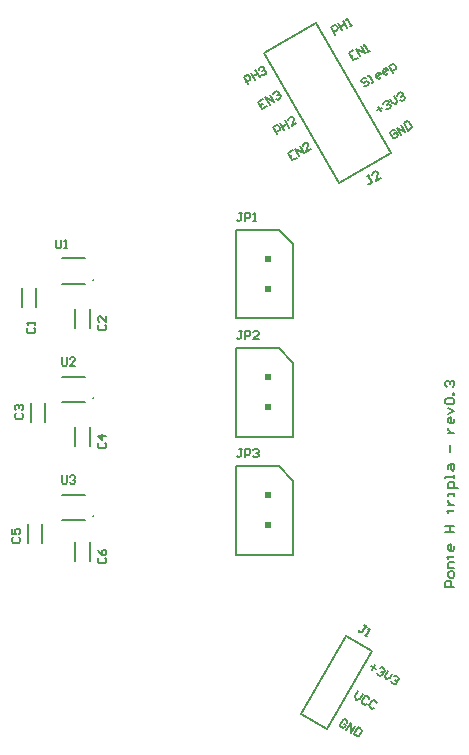
<source format=gto>
G04*
G04 #@! TF.GenerationSoftware,Altium Limited,Altium Designer,18.1.9 (240)*
G04*
G04 Layer_Color=65535*
%FSLAX43Y43*%
%MOMM*%
G71*
G01*
G75*
%ADD10C,0.150*%
%ADD11C,0.200*%
%ADD12C,0.127*%
%ADD13C,0.152*%
%ADD14R,0.508X0.508*%
D10*
X2669Y17250D02*
G03*
X2669Y17250I-50J0D01*
G01*
Y27250D02*
G03*
X2669Y27250I-50J0D01*
G01*
Y37250D02*
G03*
X2669Y37250I-50J0D01*
G01*
X26725Y51603D02*
X27129Y51836D01*
X26810Y51922D02*
X27044Y51518D01*
X27214Y52155D02*
X27257Y52314D01*
X27459Y52431D01*
X27618Y52388D01*
X27677Y52287D01*
X27634Y52128D01*
X27533Y52070D01*
X27634Y52128D01*
X27793Y52085D01*
X27852Y51984D01*
X27809Y51825D01*
X27607Y51708D01*
X27448Y51751D01*
X27762Y52606D02*
X27995Y52202D01*
X28314Y52116D01*
X28399Y52435D01*
X28166Y52839D01*
X28427Y52855D02*
X28469Y53014D01*
X28671Y53131D01*
X28831Y53088D01*
X28889Y52987D01*
X28846Y52828D01*
X28745Y52769D01*
X28846Y52828D01*
X29005Y52785D01*
X29064Y52684D01*
X29021Y52525D01*
X28819Y52408D01*
X28660Y52451D01*
X28212Y49936D02*
X28053Y49978D01*
X27851Y49862D01*
X27808Y49702D01*
X28042Y49298D01*
X28201Y49256D01*
X28403Y49372D01*
X28446Y49531D01*
X28329Y49733D01*
X28127Y49617D01*
X28706Y49547D02*
X28356Y50153D01*
X29110Y49780D01*
X28760Y50386D01*
X28962Y50503D02*
X29312Y49897D01*
X29615Y50072D01*
X29658Y50231D01*
X29424Y50635D01*
X29265Y50678D01*
X28962Y50503D01*
X25750Y54328D02*
X25591Y54371D01*
X25389Y54254D01*
X25346Y54095D01*
X25404Y53994D01*
X25564Y53951D01*
X25766Y54068D01*
X25925Y54025D01*
X25983Y53924D01*
X25941Y53765D01*
X25739Y53648D01*
X25579Y53691D01*
X26244Y53940D02*
X26446Y54056D01*
X26345Y53998D01*
X25995Y54604D01*
X25894Y54546D01*
X27052Y54406D02*
X26850Y54290D01*
X26690Y54332D01*
X26574Y54534D01*
X26616Y54694D01*
X26818Y54810D01*
X26978Y54768D01*
X27036Y54667D01*
X26632Y54433D01*
X27658Y54756D02*
X27456Y54640D01*
X27296Y54682D01*
X27180Y54884D01*
X27222Y55044D01*
X27424Y55160D01*
X27584Y55118D01*
X27642Y55016D01*
X27238Y54783D01*
X28077Y54729D02*
X27727Y55335D01*
X28030Y55510D01*
X28190Y55467D01*
X28306Y55265D01*
X28264Y55106D01*
X27961Y54931D01*
X19554Y48214D02*
X19150Y47981D01*
X19500Y47375D01*
X19904Y47608D01*
X19325Y47678D02*
X19527Y47795D01*
X20106Y47725D02*
X19756Y48331D01*
X20510Y47958D01*
X20160Y48564D01*
X21116Y48308D02*
X20712Y48075D01*
X20883Y48712D01*
X20824Y48813D01*
X20665Y48856D01*
X20463Y48739D01*
X20420Y48580D01*
X18257Y49565D02*
X17908Y50171D01*
X18211Y50346D01*
X18370Y50304D01*
X18486Y50102D01*
X18444Y49942D01*
X18141Y49767D01*
X18514Y50521D02*
X18863Y49915D01*
X18689Y50218D01*
X19093Y50452D01*
X18918Y50755D01*
X19267Y50149D01*
X19873Y50498D02*
X19469Y50265D01*
X19640Y50902D01*
X19582Y51003D01*
X19423Y51046D01*
X19221Y50930D01*
X19178Y50770D01*
X24706Y56685D02*
X24302Y56451D01*
X24652Y55845D01*
X25056Y56078D01*
X24477Y56148D02*
X24679Y56265D01*
X25258Y56195D02*
X24908Y56801D01*
X25662Y56428D01*
X25312Y57034D01*
X25864Y56545D02*
X26066Y56662D01*
X25965Y56603D01*
X25615Y57209D01*
X25572Y57050D01*
X23164Y58023D02*
X22814Y58629D01*
X23117Y58804D01*
X23276Y58761D01*
X23393Y58559D01*
X23350Y58400D01*
X23047Y58225D01*
X23420Y58979D02*
X23770Y58373D01*
X23595Y58676D01*
X23999Y58909D01*
X23824Y59212D01*
X24174Y58606D01*
X24376Y58722D02*
X24578Y58839D01*
X24477Y58781D01*
X24127Y59387D01*
X24084Y59227D01*
X17054Y52589D02*
X16650Y52356D01*
X17000Y51750D01*
X17404Y51983D01*
X16825Y52053D02*
X17027Y52170D01*
X17606Y52100D02*
X17256Y52706D01*
X18010Y52333D01*
X17660Y52939D01*
X17920Y52955D02*
X17963Y53114D01*
X18165Y53231D01*
X18324Y53188D01*
X18383Y53087D01*
X18340Y52928D01*
X18239Y52869D01*
X18340Y52928D01*
X18499Y52885D01*
X18558Y52784D01*
X18515Y52625D01*
X18313Y52508D01*
X18154Y52551D01*
X15750Y53820D02*
X15400Y54426D01*
X15703Y54601D01*
X15862Y54558D01*
X15979Y54356D01*
X15936Y54197D01*
X15633Y54022D01*
X16006Y54776D02*
X16356Y54170D01*
X16181Y54473D01*
X16585Y54706D01*
X16410Y55009D01*
X16760Y54403D01*
X16670Y55024D02*
X16713Y55184D01*
X16915Y55300D01*
X17074Y55258D01*
X17133Y55157D01*
X17090Y54997D01*
X16989Y54939D01*
X17090Y54997D01*
X17249Y54955D01*
X17308Y54854D01*
X17265Y54694D01*
X17063Y54578D01*
X16904Y54620D01*
X26212Y4553D02*
X26616Y4319D01*
X26530Y4638D02*
X26297Y4234D01*
X26934Y4405D02*
X27094Y4448D01*
X27296Y4331D01*
X27338Y4172D01*
X27280Y4071D01*
X27121Y4028D01*
X27020Y4086D01*
X27121Y4028D01*
X27163Y3869D01*
X27105Y3768D01*
X26946Y3725D01*
X26744Y3841D01*
X26701Y4001D01*
X27599Y4156D02*
X27365Y3752D01*
X27451Y3433D01*
X27769Y3519D01*
X28003Y3923D01*
X28146Y3705D02*
X28306Y3748D01*
X28508Y3631D01*
X28550Y3472D01*
X28492Y3371D01*
X28333Y3328D01*
X28232Y3386D01*
X28333Y3328D01*
X28375Y3169D01*
X28317Y3068D01*
X28158Y3025D01*
X27956Y3142D01*
X27913Y3301D01*
X24193Y-228D02*
X24151Y-69D01*
X23949Y48D01*
X23789Y5D01*
X23556Y-399D01*
X23599Y-558D01*
X23801Y-675D01*
X23960Y-632D01*
X24077Y-430D01*
X23875Y-314D01*
X24104Y-850D02*
X24454Y-244D01*
X24508Y-1083D01*
X24858Y-477D01*
X25060Y-594D02*
X24710Y-1200D01*
X25013Y-1375D01*
X25172Y-1332D01*
X25405Y-928D01*
X25363Y-769D01*
X25060Y-594D01*
X25100Y2431D02*
X24867Y2027D01*
X24952Y1708D01*
X25271Y1794D01*
X25504Y2198D01*
X26052Y1747D02*
X26009Y1906D01*
X25807Y2023D01*
X25648Y1980D01*
X25414Y1576D01*
X25457Y1417D01*
X25659Y1300D01*
X25818Y1343D01*
X26658Y1397D02*
X26615Y1556D01*
X26413Y1673D01*
X26254Y1630D01*
X26020Y1226D01*
X26063Y1067D01*
X26265Y950D01*
X26424Y993D01*
X33250Y11250D02*
X32450D01*
Y11650D01*
X32584Y11783D01*
X32850D01*
X32983Y11650D01*
Y11250D01*
X33250Y12183D02*
Y12450D01*
X33117Y12583D01*
X32850D01*
X32717Y12450D01*
Y12183D01*
X32850Y12050D01*
X33117D01*
X33250Y12183D01*
Y12849D02*
X32717D01*
Y13249D01*
X32850Y13383D01*
X33250D01*
X32584Y13783D02*
X32717D01*
Y13649D01*
Y13916D01*
Y13783D01*
X33117D01*
X33250Y13916D01*
Y14716D02*
Y14449D01*
X33117Y14316D01*
X32850D01*
X32717Y14449D01*
Y14716D01*
X32850Y14849D01*
X32983D01*
Y14316D01*
X32450Y15915D02*
X33250D01*
X32850D01*
Y16448D01*
X32450D01*
X33250D01*
X32584Y17648D02*
X32717D01*
Y17515D01*
Y17781D01*
Y17648D01*
X33117D01*
X33250Y17781D01*
X32717Y18181D02*
X33250D01*
X32983D01*
X32850Y18314D01*
X32717Y18448D01*
Y18581D01*
X33250Y18981D02*
Y19247D01*
Y19114D01*
X32717D01*
Y18981D01*
X33517Y19647D02*
X32717D01*
Y20047D01*
X32850Y20180D01*
X33117D01*
X33250Y20047D01*
Y19647D01*
Y20447D02*
Y20714D01*
Y20580D01*
X32450D01*
Y20447D01*
X32717Y21247D02*
Y21513D01*
X32850Y21647D01*
X33250D01*
Y21247D01*
X33117Y21113D01*
X32983Y21247D01*
Y21647D01*
X32850Y22713D02*
Y23246D01*
X32717Y24312D02*
X33250D01*
X32983D01*
X32850Y24446D01*
X32717Y24579D01*
Y24712D01*
X33250Y25512D02*
Y25245D01*
X33117Y25112D01*
X32850D01*
X32717Y25245D01*
Y25512D01*
X32850Y25645D01*
X32983D01*
Y25112D01*
X32717Y25912D02*
X33250Y26179D01*
X32717Y26445D01*
X32584Y26712D02*
X32450Y26845D01*
Y27112D01*
X32584Y27245D01*
X33117D01*
X33250Y27112D01*
Y26845D01*
X33117Y26712D01*
X32584D01*
X33250Y27511D02*
X33117D01*
Y27645D01*
X33250D01*
Y27511D01*
X32584Y28178D02*
X32450Y28311D01*
Y28578D01*
X32584Y28711D01*
X32717D01*
X32850Y28578D01*
Y28444D01*
Y28578D01*
X32983Y28711D01*
X33117D01*
X33250Y28578D01*
Y28311D01*
X33117Y28178D01*
X-2833Y33217D02*
X-2950Y33100D01*
Y32867D01*
X-2833Y32750D01*
X-2367D01*
X-2250Y32867D01*
Y33100D01*
X-2367Y33217D01*
X-2250Y33450D02*
Y33683D01*
Y33566D01*
X-2950D01*
X-2833Y33450D01*
X3167Y33467D02*
X3050Y33350D01*
Y33117D01*
X3167Y33000D01*
X3633D01*
X3750Y33117D01*
Y33350D01*
X3633Y33467D01*
X3750Y34166D02*
Y33700D01*
X3283Y34166D01*
X3167D01*
X3050Y34050D01*
Y33816D01*
X3167Y33700D01*
X-3833Y25967D02*
X-3950Y25850D01*
Y25617D01*
X-3833Y25500D01*
X-3367D01*
X-3250Y25617D01*
Y25850D01*
X-3367Y25967D01*
X-3833Y26200D02*
X-3950Y26316D01*
Y26550D01*
X-3833Y26666D01*
X-3717D01*
X-3600Y26550D01*
Y26433D01*
Y26550D01*
X-3483Y26666D01*
X-3367D01*
X-3250Y26550D01*
Y26316D01*
X-3367Y26200D01*
X3167Y23467D02*
X3050Y23350D01*
Y23117D01*
X3167Y23000D01*
X3633D01*
X3750Y23117D01*
Y23350D01*
X3633Y23467D01*
X3750Y24050D02*
X3050D01*
X3400Y23700D01*
Y24166D01*
X-4083Y15467D02*
X-4200Y15350D01*
Y15117D01*
X-4083Y15000D01*
X-3617D01*
X-3500Y15117D01*
Y15350D01*
X-3617Y15467D01*
X-4200Y16166D02*
Y15700D01*
X-3850D01*
X-3967Y15933D01*
Y16050D01*
X-3850Y16166D01*
X-3617D01*
X-3500Y16050D01*
Y15816D01*
X-3617Y15700D01*
X3167Y13717D02*
X3050Y13600D01*
Y13367D01*
X3167Y13250D01*
X3633D01*
X3750Y13367D01*
Y13600D01*
X3633Y13717D01*
X3050Y14416D02*
X3167Y14183D01*
X3400Y13950D01*
X3633D01*
X3750Y14066D01*
Y14300D01*
X3633Y14416D01*
X3517D01*
X3400Y14300D01*
Y13950D01*
X25829Y7899D02*
X25627Y8016D01*
X25728Y7958D01*
X25436Y7453D01*
X25277Y7410D01*
X25176Y7468D01*
X25133Y7628D01*
X25681Y7177D02*
X25883Y7060D01*
X25782Y7119D01*
X26132Y7725D01*
X25972Y7682D01*
X26054Y46139D02*
X25852Y46023D01*
X25953Y46081D01*
X26245Y45576D01*
X26202Y45417D01*
X26101Y45358D01*
X25942Y45401D01*
X27010Y45883D02*
X26606Y45650D01*
X26777Y46287D01*
X26718Y46388D01*
X26559Y46431D01*
X26357Y46314D01*
X26314Y46155D01*
X15283Y42944D02*
X15049D01*
X15166D01*
Y42361D01*
X15049Y42245D01*
X14933D01*
X14816Y42361D01*
X15516Y42245D02*
Y42944D01*
X15866D01*
X15983Y42828D01*
Y42594D01*
X15866Y42478D01*
X15516D01*
X16216Y42245D02*
X16449D01*
X16332D01*
Y42944D01*
X16216Y42828D01*
X15283Y32937D02*
X15049D01*
X15166D01*
Y32354D01*
X15049Y32237D01*
X14933D01*
X14816Y32354D01*
X15516Y32237D02*
Y32937D01*
X15866D01*
X15983Y32820D01*
Y32587D01*
X15866Y32470D01*
X15516D01*
X16682Y32237D02*
X16216D01*
X16682Y32704D01*
Y32820D01*
X16566Y32937D01*
X16332D01*
X16216Y32820D01*
X15273Y22929D02*
X15040D01*
X15157D01*
Y22346D01*
X15040Y22229D01*
X14923D01*
X14807Y22346D01*
X15507Y22229D02*
Y22929D01*
X15856D01*
X15973Y22813D01*
Y22579D01*
X15856Y22463D01*
X15507D01*
X16206Y22813D02*
X16323Y22929D01*
X16556D01*
X16673Y22813D01*
Y22696D01*
X16556Y22579D01*
X16440D01*
X16556D01*
X16673Y22463D01*
Y22346D01*
X16556Y22229D01*
X16323D01*
X16206Y22346D01*
X-488Y40629D02*
Y40046D01*
X-372Y39929D01*
X-138D01*
X-22Y40046D01*
Y40629D01*
X212Y39929D02*
X445D01*
X328D01*
Y40629D01*
X212Y40512D01*
X0Y30700D02*
Y30117D01*
X117Y30000D01*
X350D01*
X467Y30117D01*
Y30700D01*
X1166Y30000D02*
X700D01*
X1166Y30467D01*
Y30583D01*
X1050Y30700D01*
X816D01*
X700Y30583D01*
X0Y20700D02*
Y20117D01*
X117Y20000D01*
X350D01*
X467Y20117D01*
Y20700D01*
X700Y20583D02*
X816Y20700D01*
X1050D01*
X1166Y20583D01*
Y20467D01*
X1050Y20350D01*
X933D01*
X1050D01*
X1166Y20233D01*
Y20117D01*
X1050Y20000D01*
X816D01*
X700Y20117D01*
D11*
X23446Y45431D02*
X27846Y47971D01*
X21496Y58969D02*
X27846Y47971D01*
X17096Y56429D02*
X21496Y58969D01*
X17096Y56429D02*
X23446Y45431D01*
X20245Y513D02*
X24055Y7113D01*
X26255Y5843D01*
X22445Y-757D02*
X26255Y5843D01*
X20245Y513D02*
X22445Y-757D01*
D12*
X0Y19070D02*
X2000D01*
X0Y16930D02*
X2000D01*
X0Y29070D02*
X2000D01*
X0Y26930D02*
X2000D01*
X0Y39070D02*
X2000D01*
X0Y36930D02*
X2000D01*
X2360Y13450D02*
Y15050D01*
X1140Y13450D02*
Y15050D01*
X-1640Y14950D02*
Y16550D01*
X-2860Y14950D02*
Y16550D01*
X2360Y23200D02*
Y24800D01*
X1140Y23200D02*
Y24800D01*
X-1390Y25200D02*
Y26800D01*
X-2610Y25200D02*
Y26800D01*
X2360Y33200D02*
Y34800D01*
X1140Y33200D02*
Y34800D01*
X-2140Y34950D02*
Y36550D01*
X-3360Y34950D02*
Y36550D01*
D13*
X14740Y13991D02*
Y21500D01*
X19608Y13991D02*
Y20255D01*
X14740Y13991D02*
X19608D01*
X14740Y21500D02*
X18364D01*
X19608Y20255D01*
X14740Y23991D02*
Y31500D01*
X19608Y23991D02*
Y30255D01*
X14740Y23991D02*
X19608D01*
X14740Y31500D02*
X18364D01*
X19608Y30255D01*
X14740Y33991D02*
Y41500D01*
X19608Y33991D02*
Y40255D01*
X14740Y33991D02*
X19608D01*
X14740Y41500D02*
X18364D01*
X19608Y40255D01*
D14*
X17500Y16480D02*
D03*
Y19020D02*
D03*
Y26480D02*
D03*
Y29020D02*
D03*
Y36480D02*
D03*
Y39020D02*
D03*
M02*

</source>
